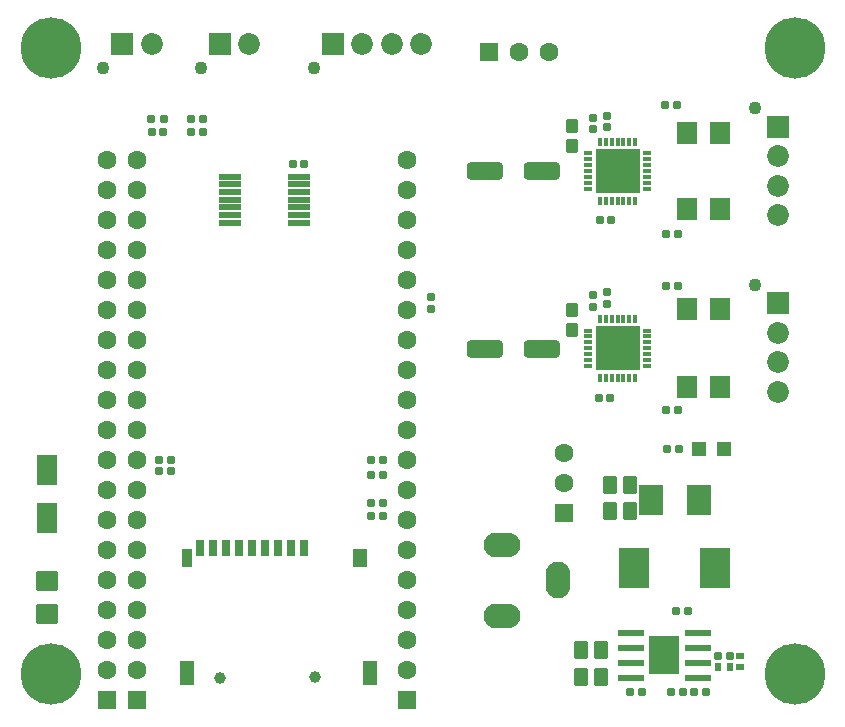
<source format=gbr>
G04 DipTrace 4.1.0.0*
G04 TopMask.gbr*
%MOIN*%
G04 #@! TF.FileFunction,Soldermask,Top*
G04 #@! TF.Part,Single*
%AMOUTLINE1*
4,1,28,
0.04757,-0.029134,
-0.04757,-0.029134,
-0.050502,-0.028748,
-0.053355,-0.027566,
-0.055805,-0.025687,
-0.057684,-0.023237,
-0.058866,-0.020384,
-0.059252,-0.017452,
-0.059252,0.017452,
-0.058866,0.020384,
-0.057684,0.023237,
-0.055805,0.025687,
-0.053355,0.027566,
-0.050502,0.028748,
-0.04757,0.029134,
0.04757,0.029134,
0.050502,0.028748,
0.053355,0.027566,
0.055805,0.025687,
0.057684,0.023237,
0.058866,0.020384,
0.059252,0.017452,
0.059252,-0.017452,
0.058866,-0.020384,
0.057684,-0.023237,
0.055805,-0.025687,
0.053355,-0.027566,
0.050502,-0.028748,
0.04757,-0.029134,
0*%
%AMOUTLINE4*
4,1,28,
-0.04757,0.029134,
0.04757,0.029134,
0.050502,0.028748,
0.053355,0.027566,
0.055805,0.025687,
0.057684,0.023237,
0.058866,0.020384,
0.059252,0.017452,
0.059252,-0.017452,
0.058866,-0.020384,
0.057684,-0.023237,
0.055805,-0.025687,
0.053355,-0.027566,
0.050502,-0.028748,
0.04757,-0.029134,
-0.04757,-0.029134,
-0.050502,-0.028748,
-0.053355,-0.027566,
-0.055805,-0.025687,
-0.057684,-0.023237,
-0.058866,-0.020384,
-0.059252,-0.017452,
-0.059252,0.017452,
-0.058866,0.020384,
-0.057684,0.023237,
-0.055805,0.025687,
-0.053355,0.027566,
-0.050502,0.028748,
-0.04757,0.029134,
0*%
%AMOUTLINE7*
4,1,28,
0.005444,-0.013976,
-0.005444,-0.013976,
-0.007255,-0.013738,
-0.009064,-0.012989,
-0.010616,-0.011797,
-0.011808,-0.010245,
-0.012557,-0.008437,
-0.012795,-0.006625,
-0.012795,0.006625,
-0.012557,0.008437,
-0.011808,0.010245,
-0.010616,0.011797,
-0.009064,0.012989,
-0.007255,0.013738,
-0.005444,0.013976,
0.005444,0.013976,
0.007255,0.013738,
0.009064,0.012989,
0.010616,0.011797,
0.011808,0.010245,
0.012557,0.008437,
0.012795,0.006625,
0.012795,-0.006625,
0.012557,-0.008437,
0.011808,-0.010245,
0.010616,-0.011797,
0.009064,-0.012989,
0.007255,-0.013738,
0.005444,-0.013976,
0*%
%AMOUTLINE10*
4,1,28,
-0.005444,0.013976,
0.005444,0.013976,
0.007255,0.013738,
0.009064,0.012989,
0.010616,0.011797,
0.011808,0.010245,
0.012557,0.008437,
0.012795,0.006625,
0.012795,-0.006625,
0.012557,-0.008437,
0.011808,-0.010245,
0.010616,-0.011797,
0.009064,-0.012989,
0.007255,-0.013738,
0.005444,-0.013976,
-0.005444,-0.013976,
-0.007255,-0.013738,
-0.009064,-0.012989,
-0.010616,-0.011797,
-0.011808,-0.010245,
-0.012557,-0.008437,
-0.012795,-0.006625,
-0.012795,0.006625,
-0.012557,0.008437,
-0.011808,0.010245,
-0.010616,0.011797,
-0.009064,0.012989,
-0.007255,0.013738,
-0.005444,0.013976,
0*%
%AMOUTLINE13*
4,1,28,
-0.013976,-0.005444,
-0.013976,0.005444,
-0.013738,0.007255,
-0.012989,0.009064,
-0.011797,0.010616,
-0.010245,0.011808,
-0.008437,0.012557,
-0.006625,0.012795,
0.006625,0.012795,
0.008437,0.012557,
0.010245,0.011808,
0.011797,0.010616,
0.012989,0.009064,
0.013738,0.007255,
0.013976,0.005444,
0.013976,-0.005444,
0.013738,-0.007255,
0.012989,-0.009064,
0.011797,-0.010616,
0.010245,-0.011808,
0.008437,-0.012557,
0.006625,-0.012795,
-0.006625,-0.012795,
-0.008437,-0.012557,
-0.010245,-0.011808,
-0.011797,-0.010616,
-0.012989,-0.009064,
-0.013738,-0.007255,
-0.013976,-0.005444,
0*%
%AMOUTLINE16*
4,1,28,
0.013976,0.005444,
0.013976,-0.005444,
0.013738,-0.007255,
0.012989,-0.009064,
0.011797,-0.010616,
0.010245,-0.011808,
0.008437,-0.012557,
0.006625,-0.012795,
-0.006625,-0.012795,
-0.008437,-0.012557,
-0.010245,-0.011808,
-0.011797,-0.010616,
-0.012989,-0.009064,
-0.013738,-0.007255,
-0.013976,-0.005444,
-0.013976,0.005444,
-0.013738,0.007255,
-0.012989,0.009064,
-0.011797,0.010616,
-0.010245,0.011808,
-0.008437,0.012557,
-0.006625,0.012795,
0.006625,0.012795,
0.008437,0.012557,
0.010245,0.011808,
0.011797,0.010616,
0.012989,0.009064,
0.013738,0.007255,
0.013976,0.005444,
0*%
%AMOUTLINE19*
4,1,28,
-0.009972,0.023622,
0.009972,0.023622,
0.012904,0.023236,
0.015757,0.022054,
0.018206,0.020175,
0.020086,0.017725,
0.021267,0.014872,
0.021654,0.01194,
0.021654,-0.01194,
0.021267,-0.014872,
0.020086,-0.017725,
0.018206,-0.020175,
0.015757,-0.022054,
0.012904,-0.023236,
0.009972,-0.023622,
-0.009972,-0.023622,
-0.012904,-0.023236,
-0.015757,-0.022054,
-0.018206,-0.020175,
-0.020086,-0.017725,
-0.021267,-0.014872,
-0.021654,-0.01194,
-0.021654,0.01194,
-0.021267,0.014872,
-0.020086,0.017725,
-0.018206,0.020175,
-0.015757,0.022054,
-0.012904,0.023236,
-0.009972,0.023622,
0*%
%AMOUTLINE22*
4,1,28,
0.026113,-0.033465,
-0.026113,-0.033465,
-0.028944,-0.033092,
-0.031701,-0.03195,
-0.03407,-0.030133,
-0.035887,-0.027764,
-0.037029,-0.025007,
-0.037402,-0.022176,
-0.037402,0.022176,
-0.037029,0.025007,
-0.035887,0.027764,
-0.03407,0.030133,
-0.031701,0.03195,
-0.028944,0.033092,
-0.026113,0.033465,
0.026113,0.033465,
0.028944,0.033092,
0.031701,0.03195,
0.03407,0.030133,
0.035887,0.027764,
0.037029,0.025007,
0.037402,0.022176,
0.037402,-0.022176,
0.037029,-0.025007,
0.035887,-0.027764,
0.03407,-0.030133,
0.031701,-0.03195,
0.028944,-0.033092,
0.026113,-0.033465,
0*%
%AMOUTLINE25*
4,1,28,
-0.012137,0.030906,
0.012137,0.030906,
0.015069,0.030519,
0.017922,0.029338,
0.020372,0.027458,
0.022251,0.025008,
0.023433,0.022156,
0.023819,0.019224,
0.023819,-0.019224,
0.023433,-0.022156,
0.022251,-0.025008,
0.020372,-0.027458,
0.017922,-0.029338,
0.015069,-0.030519,
0.012137,-0.030906,
-0.012137,-0.030906,
-0.015069,-0.030519,
-0.017922,-0.029338,
-0.020372,-0.027458,
-0.022251,-0.025008,
-0.023433,-0.022156,
-0.023819,-0.019224,
-0.023819,0.019224,
-0.023433,0.022156,
-0.022251,0.025008,
-0.020372,0.027458,
-0.017922,0.029338,
-0.015069,0.030519,
-0.012137,0.030906,
0*%
%AMOUTLINE28*
4,1,28,
0.012137,-0.030906,
-0.012137,-0.030906,
-0.015069,-0.030519,
-0.017922,-0.029338,
-0.020372,-0.027458,
-0.022251,-0.025008,
-0.023433,-0.022156,
-0.023819,-0.019224,
-0.023819,0.019224,
-0.023433,0.022156,
-0.022251,0.025008,
-0.020372,0.027458,
-0.017922,0.029338,
-0.015069,0.030519,
-0.012137,0.030906,
0.012137,0.030906,
0.015069,0.030519,
0.017922,0.029338,
0.020372,0.027458,
0.022251,0.025008,
0.023433,0.022156,
0.023819,0.019224,
0.023819,-0.019224,
0.023433,-0.022156,
0.022251,-0.025008,
0.020372,-0.027458,
0.017922,-0.029338,
0.015069,-0.030519,
0.012137,-0.030906,
0*%
%AMOUTLINE31*
4,1,28,
0.00505,-0.013583,
-0.00505,-0.013583,
-0.006658,-0.013371,
-0.008276,-0.012701,
-0.009666,-0.011634,
-0.010732,-0.010245,
-0.011403,-0.008626,
-0.011614,-0.007019,
-0.011614,0.007019,
-0.011403,0.008626,
-0.010732,0.010245,
-0.009666,0.011634,
-0.008276,0.012701,
-0.006658,0.013371,
-0.00505,0.013583,
0.00505,0.013583,
0.006658,0.013371,
0.008276,0.012701,
0.009666,0.011634,
0.010732,0.010245,
0.011403,0.008626,
0.011614,0.007019,
0.011614,-0.007019,
0.011403,-0.008626,
0.010732,-0.010245,
0.009666,-0.011634,
0.008276,-0.012701,
0.006658,-0.013371,
0.00505,-0.013583,
0*%
%AMOUTLINE34*
4,1,28,
-0.00505,0.013583,
0.00505,0.013583,
0.006658,0.013371,
0.008276,0.012701,
0.009666,0.011634,
0.010732,0.010245,
0.011403,0.008626,
0.011614,0.007019,
0.011614,-0.007019,
0.011403,-0.008626,
0.010732,-0.010245,
0.009666,-0.011634,
0.008276,-0.012701,
0.006658,-0.013371,
0.00505,-0.013583,
-0.00505,-0.013583,
-0.006658,-0.013371,
-0.008276,-0.012701,
-0.009666,-0.011634,
-0.010732,-0.010245,
-0.011403,-0.008626,
-0.011614,-0.007019,
-0.011614,0.007019,
-0.011403,0.008626,
-0.010732,0.010245,
-0.009666,0.011634,
-0.008276,0.012701,
-0.006658,0.013371,
-0.00505,0.013583,
0*%
%AMOUTLINE37*
4,1,28,
-0.013583,-0.00505,
-0.013583,0.00505,
-0.013371,0.006658,
-0.012701,0.008276,
-0.011634,0.009666,
-0.010245,0.010732,
-0.008626,0.011403,
-0.007019,0.011614,
0.007019,0.011614,
0.008626,0.011403,
0.010245,0.010732,
0.011634,0.009666,
0.012701,0.008276,
0.013371,0.006658,
0.013583,0.00505,
0.013583,-0.00505,
0.013371,-0.006658,
0.012701,-0.008276,
0.011634,-0.009666,
0.010245,-0.010732,
0.008626,-0.011403,
0.007019,-0.011614,
-0.007019,-0.011614,
-0.008626,-0.011403,
-0.010245,-0.010732,
-0.011634,-0.009666,
-0.012701,-0.008276,
-0.013371,-0.006658,
-0.013583,-0.00505,
0*%
%AMOUTLINE40*
4,1,28,
0.013583,0.00505,
0.013583,-0.00505,
0.013371,-0.006658,
0.012701,-0.008276,
0.011634,-0.009666,
0.010245,-0.010732,
0.008626,-0.011403,
0.007019,-0.011614,
-0.007019,-0.011614,
-0.008626,-0.011403,
-0.010245,-0.010732,
-0.011634,-0.009666,
-0.012701,-0.008276,
-0.013371,-0.006658,
-0.013583,-0.00505,
-0.013583,0.00505,
-0.013371,0.006658,
-0.012701,0.008276,
-0.011634,0.009666,
-0.010245,0.010732,
-0.008626,0.011403,
-0.007019,0.011614,
0.007019,0.011614,
0.008626,0.011403,
0.010245,0.010732,
0.011634,0.009666,
0.012701,0.008276,
0.013371,0.006658,
0.013583,0.00505,
0*%
%AMOUTLINE43*
4,1,28,
0.014173,0.005444,
0.014173,-0.005444,
0.013948,-0.007154,
0.013239,-0.008867,
0.01211,-0.010338,
0.010638,-0.011467,
0.008925,-0.012177,
0.007216,-0.012402,
-0.007216,-0.012402,
-0.008925,-0.012177,
-0.010638,-0.011467,
-0.01211,-0.010338,
-0.013239,-0.008867,
-0.013948,-0.007154,
-0.014173,-0.005444,
-0.014173,0.005444,
-0.013948,0.007154,
-0.013239,0.008867,
-0.01211,0.010338,
-0.010638,0.011467,
-0.008925,0.012177,
-0.007216,0.012402,
0.007216,0.012402,
0.008925,0.012177,
0.010638,0.011467,
0.01211,0.010338,
0.013239,0.008867,
0.013948,0.007154,
0.014173,0.005444,
0*%
%AMOUTLINE46*
4,1,28,
-0.014173,-0.005444,
-0.014173,0.005444,
-0.013948,0.007154,
-0.013239,0.008867,
-0.01211,0.010338,
-0.010638,0.011467,
-0.008925,0.012177,
-0.007216,0.012402,
0.007216,0.012402,
0.008925,0.012177,
0.010638,0.011467,
0.01211,0.010338,
0.013239,0.008867,
0.013948,0.007154,
0.014173,0.005444,
0.014173,-0.005444,
0.013948,-0.007154,
0.013239,-0.008867,
0.01211,-0.010338,
0.010638,-0.011467,
0.008925,-0.012177,
0.007216,-0.012402,
-0.007216,-0.012402,
-0.008925,-0.012177,
-0.010638,-0.011467,
-0.01211,-0.010338,
-0.013239,-0.008867,
-0.013948,-0.007154,
-0.014173,-0.005444,
0*%
%AMOUTLINE49*
4,1,28,
0.005444,-0.014173,
-0.005444,-0.014173,
-0.007154,-0.013948,
-0.008867,-0.013239,
-0.010338,-0.01211,
-0.011467,-0.010638,
-0.012177,-0.008925,
-0.012402,-0.007216,
-0.012402,0.007216,
-0.012177,0.008925,
-0.011467,0.010638,
-0.010338,0.01211,
-0.008867,0.013239,
-0.007154,0.013948,
-0.005444,0.014173,
0.005444,0.014173,
0.007154,0.013948,
0.008867,0.013239,
0.010338,0.01211,
0.011467,0.010638,
0.012177,0.008925,
0.012402,0.007216,
0.012402,-0.007216,
0.012177,-0.008925,
0.011467,-0.010638,
0.010338,-0.01211,
0.008867,-0.013239,
0.007154,-0.013948,
0.005444,-0.014173,
0*%
%AMOUTLINE52*
4,1,28,
-0.005444,0.014173,
0.005444,0.014173,
0.007154,0.013948,
0.008867,0.013239,
0.010338,0.01211,
0.011467,0.010638,
0.012177,0.008925,
0.012402,0.007216,
0.012402,-0.007216,
0.012177,-0.008925,
0.011467,-0.010638,
0.010338,-0.01211,
0.008867,-0.013239,
0.007154,-0.013948,
0.005444,-0.014173,
-0.005444,-0.014173,
-0.007154,-0.013948,
-0.008867,-0.013239,
-0.010338,-0.01211,
-0.011467,-0.010638,
-0.012177,-0.008925,
-0.012402,-0.007216,
-0.012402,0.007216,
-0.012177,0.008925,
-0.011467,0.010638,
-0.010338,0.01211,
-0.008867,0.013239,
-0.007154,0.013948,
-0.005444,0.014173,
0*%
%ADD42R,0.031496X0.055118*%
%ADD45R,0.011811X0.027559*%
%ADD46R,0.027559X0.011811*%
%ADD47R,0.145669X0.145669*%
%ADD54C,0.043307*%
%ADD55C,0.03937*%
%ADD63R,0.074803X0.019685*%
%ADD65R,0.098425X0.125984*%
%ADD67R,0.088583X0.021654*%
%ADD75R,0.035433X0.059055*%
%ADD76R,0.051181X0.059055*%
%ADD78R,0.051181X0.082677*%
%ADD81R,0.066929X0.074803*%
%ADD83C,0.203937*%
%ADD85R,0.051181X0.051181*%
%ADD87R,0.07874X0.102362*%
%ADD89O,0.082677X0.122047*%
%ADD91O,0.122047X0.082677*%
%ADD93C,0.072835*%
%ADD95R,0.072835X0.072835*%
%ADD97C,0.062992*%
%ADD99R,0.062992X0.062992*%
%ADD101R,0.102362X0.133858*%
%ADD103R,0.070866X0.102362*%
%ADD109OUTLINE1*%
%ADD112OUTLINE4*%
%ADD115OUTLINE7*%
%ADD118OUTLINE10*%
%ADD121OUTLINE13*%
%ADD124OUTLINE16*%
%ADD127OUTLINE19*%
%ADD130OUTLINE22*%
%ADD133OUTLINE25*%
%ADD136OUTLINE28*%
%ADD139OUTLINE31*%
%ADD142OUTLINE34*%
%ADD145OUTLINE37*%
%ADD148OUTLINE40*%
%ADD151OUTLINE43*%
%ADD154OUTLINE46*%
%ADD157OUTLINE49*%
%ADD160OUTLINE52*%
%FSLAX26Y26*%
G04*
G70*
G90*
G75*
G01*
G04 TopMask*
%LPD*%
D109*
X2169169Y1613715D3*
D112*
X1980193D3*
D115*
X2621476Y1412487D3*
D118*
X2582894D3*
D115*
X2621476Y1825873D3*
D118*
X2582894D3*
D121*
X2338106Y1755424D3*
D124*
Y1794007D3*
X2387016Y1803635D3*
D121*
Y1765052D3*
D118*
X1000118Y2337766D3*
D115*
X1038701D3*
X907056D3*
D118*
X868474D3*
D127*
X2268516Y1746231D3*
Y1679302D3*
D115*
X2396419Y1450265D3*
D118*
X2357836D3*
D130*
X519016Y732648D3*
Y842885D3*
D109*
X2169169Y2207762D3*
D112*
X1980193D3*
D115*
X2621476Y1999101D3*
D118*
X2582894D3*
D115*
X2619609Y2427407D3*
D118*
X2581026D3*
D121*
X2339716Y2347474D3*
D124*
X2339715Y2386056D3*
D118*
X2616486Y740147D3*
D115*
X2655068D3*
D124*
X2386505Y2393013D3*
D121*
Y2354430D3*
D133*
X2299890Y523126D3*
D136*
X2366819D3*
D133*
X2299890Y610681D3*
D136*
X2366819D3*
D133*
X2394404Y1161180D3*
D136*
X2461333D3*
D133*
X2394404Y1074566D3*
D136*
X2461333D3*
D127*
X2269016Y2357962D3*
Y2291033D3*
D115*
X2400807Y2044016D3*
D118*
X2362224D3*
D139*
X2794623Y553392D3*
D142*
X2757615D3*
D145*
X2829008Y554077D3*
D148*
Y591085D3*
D118*
X1338110Y2231516D3*
D115*
X1376693D3*
D103*
X519016Y1052766D3*
Y1210247D3*
D101*
X2747655Y883286D3*
X2476001D3*
D99*
X819016Y444016D3*
D97*
Y544016D3*
Y644016D3*
Y744016D3*
Y844016D3*
Y944016D3*
Y1044016D3*
Y1144016D3*
Y1244016D3*
Y1344016D3*
Y1444016D3*
Y1544016D3*
Y1644016D3*
Y1744016D3*
Y1844016D3*
Y1944016D3*
Y2044016D3*
Y2144016D3*
Y2244016D3*
D99*
X719016Y444016D3*
D97*
Y544016D3*
Y644016D3*
Y744016D3*
Y844016D3*
Y944016D3*
Y1044016D3*
Y1144016D3*
Y1244016D3*
Y1344016D3*
Y1444016D3*
Y1544016D3*
Y1644016D3*
Y1744016D3*
Y1844016D3*
Y1944016D3*
Y2044016D3*
Y2144016D3*
Y2244016D3*
D99*
X1719016Y444016D3*
D97*
Y544016D3*
Y644016D3*
Y744016D3*
Y844016D3*
Y944016D3*
Y1044016D3*
Y1144016D3*
Y1244016D3*
Y1344016D3*
Y1444016D3*
Y1544016D3*
Y1644016D3*
Y1744016D3*
Y1844016D3*
Y1944016D3*
Y2044016D3*
Y2144016D3*
Y2244016D3*
D95*
X2956516Y1766654D3*
D93*
Y1668228D3*
Y1569803D3*
Y1471378D3*
D54*
X2877776Y1829646D3*
D95*
X1094803Y2631516D3*
D93*
X1193228D3*
D54*
X1031811Y2552776D3*
D95*
X769803Y2631516D3*
D93*
X868228D3*
D54*
X706811Y2552776D3*
D91*
X2036339Y962126D3*
Y725906D3*
D89*
X2221378Y844016D3*
D95*
X2956516Y2355400D3*
D93*
Y2256975D3*
Y2158550D3*
Y2060125D3*
D54*
X2877776Y2418392D3*
D99*
X2244016Y1069016D3*
D97*
X2244013Y1169016D3*
X2244010Y1269016D3*
D95*
X1471378Y2631516D3*
D93*
X1569803D3*
X1668228D3*
X1766654D3*
D54*
X1408386Y2552776D3*
D99*
X1994016Y2606016D3*
D97*
X2094016D3*
X2194016D3*
D87*
X2692537Y1112814D3*
X2531119D3*
D85*
X2691917Y1281516D3*
X2774594D3*
D83*
X531811Y531811D3*
Y2618425D3*
X3012126D3*
Y531811D3*
D151*
X1798016Y1789041D3*
D154*
Y1748490D3*
D157*
X1039291Y2381516D3*
D160*
X998740D3*
X867490D3*
D157*
X908041D3*
D81*
X2763602Y1747133D3*
X2653366D3*
X2763602Y1487290D3*
X2653366D3*
D160*
X2586240Y1281516D3*
D157*
X2626791D3*
X2638871Y470713D3*
D160*
X2598320D3*
D157*
X2501791D3*
D160*
X2461240D3*
D157*
X2796501Y591231D3*
D160*
X2755950D3*
D157*
X2716835Y470804D3*
D160*
X2676283D3*
D81*
X2763602Y2336156D3*
X2653366D3*
X2763602Y2080357D3*
X2653366D3*
D157*
X933042Y1244016D3*
D160*
X892491D3*
X1598740D3*
D157*
X1639291D3*
D160*
X1598740Y1100265D3*
D157*
X1639291D3*
D160*
X892491Y1206516D3*
D157*
X933042D3*
X1639291Y1194016D3*
D160*
X1598740D3*
D157*
X1639291Y1056516D3*
D160*
X1598740D3*
D42*
X1375280Y950901D3*
X1331973Y950900D3*
X1288666Y950899D3*
X1245359Y950898D3*
X1202052D3*
X1158745Y950897D3*
X1115438Y950896D3*
X1072131Y950895D3*
X1028824Y950894D3*
D78*
X1596548Y535550D3*
D76*
X1563470Y917440D3*
D75*
X985517Y917429D3*
D78*
X985524Y535539D3*
D55*
X1096154Y519793D3*
X1411115Y519799D3*
D45*
X2480137Y1715631D3*
X2460452D3*
X2440767D3*
X2421082D3*
X2401397D3*
X2381712D3*
X2362027D3*
D46*
X2322656Y1676264D3*
Y1656579D3*
Y1636894D3*
Y1617209D3*
Y1597524D3*
Y1577839D3*
Y1558154D3*
D45*
X2362027Y1518783D3*
X2381712D3*
X2401397D3*
X2421082D3*
X2440767D3*
X2460452D3*
X2480137D3*
D46*
X2519503Y1558154D3*
Y1577839D3*
Y1597524D3*
Y1617209D3*
Y1636894D3*
Y1656579D3*
Y1676264D3*
D47*
X2421082Y1617209D3*
D45*
X2480137Y2306182D3*
X2460452D3*
X2440767D3*
X2421082D3*
X2401397D3*
X2381712D3*
X2362027D3*
D46*
X2322656Y2266816D3*
Y2247131D3*
Y2227446D3*
Y2207760D3*
Y2188075D3*
Y2168390D3*
Y2148705D3*
D45*
X2362027Y2109334D3*
X2381712D3*
X2401397D3*
X2421082D3*
X2440767D3*
X2460452D3*
X2480137D3*
D46*
X2519503Y2148705D3*
Y2168390D3*
Y2188075D3*
Y2207760D3*
Y2227446D3*
Y2247131D3*
Y2266816D3*
D47*
X2421082Y2207760D3*
D67*
X2464488Y669705D3*
Y619705D3*
Y569705D3*
Y519705D3*
X2690866D3*
Y569705D3*
Y619705D3*
Y669705D3*
D65*
X2577677Y594705D3*
D63*
X1129843Y2189538D3*
Y2163948D3*
Y2138357D3*
Y2112766D3*
Y2087176D3*
Y2061585D3*
X1129850Y2035995D3*
X1358189D3*
Y2061585D3*
Y2087176D3*
Y2112766D3*
Y2138357D3*
Y2163948D3*
Y2189538D3*
M02*

</source>
